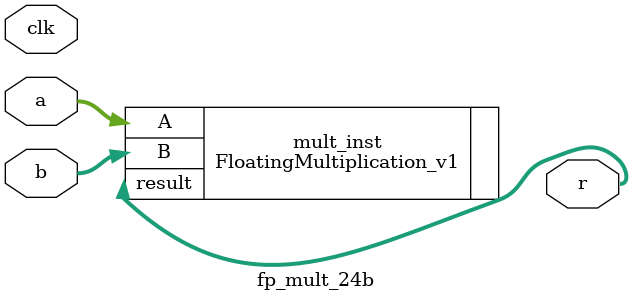
<source format=sv>
module fp_mult_24b(
                    clk,
                    a,
                    b,
                    r
);
    parameter N = 24;
    parameter ES = 6;

    input  wire clk;
    input  wire [N-1:0] a;
    input  wire [N-1:0] b;
    output wire [N-1:0] r;

    FloatingMultiplication_v1 #(.N(N),.ES(ES)) 
                            mult_inst(
                            // .clk(clk),
                            .A(a),
                            .B(b),
                            .result(r)
                            );
endmodule
</source>
